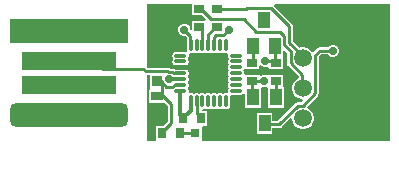
<source format=gtl>
G04*
G04 #@! TF.GenerationSoftware,Altium Limited,Altium Designer,21.6.1 (37)*
G04*
G04 Layer_Physical_Order=1*
G04 Layer_Color=255*
%FSLAX44Y44*%
%MOMM*%
G71*
G04*
G04 #@! TF.SameCoordinates,433EC3A0-72F9-41F9-BABD-52A87CDF1033*
G04*
G04*
G04 #@! TF.FilePolarity,Positive*
G04*
G01*
G75*
%ADD13C,0.2500*%
%ADD15R,0.9000X0.7000*%
%ADD16R,0.8000X0.8000*%
%ADD17R,0.7000X0.9000*%
G04:AMPARAMS|DCode=18|XSize=2mm|YSize=10mm|CornerRadius=0.5mm|HoleSize=0mm|Usage=FLASHONLY|Rotation=90.000|XOffset=0mm|YOffset=0mm|HoleType=Round|Shape=RoundedRectangle|*
%AMROUNDEDRECTD18*
21,1,2.0000,9.0000,0,0,90.0*
21,1,1.0000,10.0000,0,0,90.0*
1,1,1.0000,4.5000,0.5000*
1,1,1.0000,4.5000,-0.5000*
1,1,1.0000,-4.5000,-0.5000*
1,1,1.0000,-4.5000,0.5000*
%
%ADD18ROUNDEDRECTD18*%
%ADD19R,8.0000X1.5000*%
%ADD20R,10.0000X2.0000*%
G04:AMPARAMS|DCode=21|XSize=1.01mm|YSize=0.27mm|CornerRadius=0.0675mm|HoleSize=0mm|Usage=FLASHONLY|Rotation=270.000|XOffset=0mm|YOffset=0mm|HoleType=Round|Shape=RoundedRectangle|*
%AMROUNDEDRECTD21*
21,1,1.0100,0.1350,0,0,270.0*
21,1,0.8750,0.2700,0,0,270.0*
1,1,0.1350,-0.0675,-0.4375*
1,1,0.1350,-0.0675,0.4375*
1,1,0.1350,0.0675,0.4375*
1,1,0.1350,0.0675,-0.4375*
%
%ADD21ROUNDEDRECTD21*%
G04:AMPARAMS|DCode=22|XSize=1.01mm|YSize=0.27mm|CornerRadius=0.0675mm|HoleSize=0mm|Usage=FLASHONLY|Rotation=180.000|XOffset=0mm|YOffset=0mm|HoleType=Round|Shape=RoundedRectangle|*
%AMROUNDEDRECTD22*
21,1,1.0100,0.1350,0,0,180.0*
21,1,0.8750,0.2700,0,0,180.0*
1,1,0.1350,-0.4375,0.0675*
1,1,0.1350,0.4375,0.0675*
1,1,0.1350,0.4375,-0.0675*
1,1,0.1350,-0.4375,-0.0675*
%
%ADD22ROUNDEDRECTD22*%
%ADD23R,1.0000X1.4000*%
%ADD24R,1.0000X0.8000*%
%ADD25R,0.9300X0.8900*%
%ADD40R,3.2500X3.2500*%
%ADD41C,0.3000*%
%ADD42C,1.5000*%
%ADD43R,1.5000X1.5000*%
%ADD44C,0.7000*%
G36*
X838350Y482360D02*
X846496D01*
X849826Y479030D01*
X849300Y477760D01*
X838350D01*
Y470715D01*
X837080Y470036D01*
X837050Y470056D01*
Y470934D01*
X836258Y472846D01*
X834796Y474308D01*
X832884Y475100D01*
X830816D01*
X828904Y474308D01*
X827442Y472846D01*
X826650Y470934D01*
Y468866D01*
X827442Y466954D01*
X828904Y465492D01*
X830816Y464700D01*
X832703D01*
X833922Y463481D01*
Y459740D01*
X834073Y458980D01*
Y452295D01*
X834085Y452235D01*
X833005Y451155D01*
X832945Y451166D01*
X824195D01*
X823268Y450982D01*
X822483Y450457D01*
X821958Y449672D01*
X821774Y448745D01*
Y447395D01*
X821958Y446468D01*
X822424Y445570D01*
X821958Y444672D01*
X821774Y443745D01*
Y442395D01*
X821958Y441468D01*
X822483Y440683D01*
X823268Y440158D01*
X824195Y439973D01*
X832945D01*
X833872Y440158D01*
X834657Y440683D01*
X835182Y441468D01*
X835367Y442395D01*
Y443745D01*
X835182Y444672D01*
X834716Y445570D01*
X835182Y446468D01*
X835367Y447395D01*
Y448745D01*
X835355Y448805D01*
X836435Y449885D01*
X836495Y449874D01*
X837845D01*
X838772Y450058D01*
X839670Y450524D01*
X840568Y450058D01*
X841495Y449874D01*
X842845D01*
X843772Y450058D01*
X844670Y450524D01*
X845568Y450058D01*
X846495Y449874D01*
X847845D01*
X848772Y450058D01*
X849670Y450524D01*
X850568Y450058D01*
X851495Y449874D01*
X852845D01*
X853772Y450058D01*
X854670Y450524D01*
X855568Y450058D01*
X856495Y449874D01*
X857845D01*
X858772Y450058D01*
X859670Y450524D01*
X860568Y450058D01*
X861495Y449874D01*
X862845D01*
X863772Y450058D01*
X864670Y450524D01*
X865568Y450058D01*
X866495Y449874D01*
X867845D01*
X867905Y449885D01*
X868986Y448805D01*
X868973Y448745D01*
Y447395D01*
X869158Y446468D01*
X869624Y445570D01*
X869158Y444672D01*
X868973Y443745D01*
Y442395D01*
X869158Y441468D01*
X869624Y440570D01*
X869158Y439672D01*
X868973Y438745D01*
Y437395D01*
X869158Y436468D01*
X869624Y435570D01*
X869158Y434672D01*
X868973Y433745D01*
Y432395D01*
X869158Y431468D01*
X869624Y430570D01*
X869158Y429672D01*
X868973Y428745D01*
Y427395D01*
X869158Y426468D01*
X869624Y425570D01*
X869158Y424672D01*
X868973Y423745D01*
Y422395D01*
X869158Y421468D01*
X869624Y420570D01*
X869158Y419672D01*
X868973Y418745D01*
Y417395D01*
X868986Y417335D01*
X867905Y416255D01*
X867845Y416267D01*
X866495D01*
X865568Y416082D01*
X864670Y415616D01*
X863772Y416082D01*
X862845Y416267D01*
X861495D01*
X860568Y416082D01*
X859670Y415616D01*
X858772Y416082D01*
X857845Y416267D01*
X856495D01*
X855568Y416082D01*
X854670Y415616D01*
X853772Y416082D01*
X852845Y416267D01*
X851495D01*
X850568Y416082D01*
X849670Y415616D01*
X848772Y416082D01*
X847845Y416267D01*
X846495D01*
X845568Y416082D01*
X844670Y415616D01*
X843772Y416082D01*
X842845Y416267D01*
X841495D01*
X840568Y416082D01*
X839670Y415616D01*
X838772Y416082D01*
X837845Y416267D01*
X836495D01*
X836435Y416255D01*
X835355Y417335D01*
X835367Y417395D01*
Y418745D01*
X835182Y419672D01*
X834716Y420570D01*
X835182Y421468D01*
X835367Y422395D01*
Y423745D01*
X835182Y424672D01*
X834716Y425570D01*
X835182Y426468D01*
X835367Y427395D01*
Y428745D01*
X835182Y429672D01*
X834716Y430570D01*
X835182Y431468D01*
X835367Y432395D01*
Y433745D01*
X835182Y434672D01*
X834657Y435457D01*
X833872Y435982D01*
X832945Y436166D01*
X828527D01*
X828470Y436178D01*
X824337D01*
X823819Y436697D01*
X822843Y437349D01*
X821692Y437578D01*
X818424D01*
X818072Y437648D01*
X800421D01*
X800100Y437969D01*
Y491481D01*
X838350D01*
Y482360D01*
D02*
G37*
G36*
X1005831Y375929D02*
X847564D01*
X846560Y376570D01*
X846560Y377199D01*
Y387500D01*
X846560Y387970D01*
X847499Y388770D01*
X850900D01*
Y401170D01*
X846563D01*
X846482Y401409D01*
X847393Y402673D01*
X847845D01*
X848772Y402858D01*
X849670Y403324D01*
X850568Y402858D01*
X851495Y402673D01*
X852845D01*
X853772Y402858D01*
X854670Y403324D01*
X855568Y402858D01*
X856495Y402673D01*
X857845D01*
X858772Y402858D01*
X859670Y403324D01*
X860568Y402858D01*
X861495Y402673D01*
X862845D01*
X863772Y402858D01*
X864670Y403324D01*
X865568Y402858D01*
X866495Y402673D01*
X867845D01*
X868772Y402858D01*
X869557Y403383D01*
X870082Y404168D01*
X870266Y405095D01*
Y413845D01*
X870255Y413905D01*
X871335Y414986D01*
X871395Y414973D01*
X880145D01*
X881072Y415158D01*
X881857Y415683D01*
X883355Y415639D01*
X883570Y415480D01*
Y404050D01*
X896970D01*
Y420815D01*
X898133Y421707D01*
X898586Y421520D01*
X900654D01*
X901469Y421857D01*
X902570Y420939D01*
Y404050D01*
X915970D01*
Y421450D01*
X915520Y421640D01*
Y432040D01*
X903120D01*
Y432040D01*
X901850Y431425D01*
X900654Y431920D01*
X898586D01*
X896674Y431128D01*
X896470Y430924D01*
X895200Y431450D01*
Y432040D01*
X883791D01*
X882739Y432345D01*
X882567Y433213D01*
Y433745D01*
X882382Y434672D01*
X881916Y435570D01*
X882122Y435967D01*
X882667Y436508D01*
X883613Y436640D01*
X895200D01*
Y439310D01*
X896470Y439836D01*
X897484Y438822D01*
X899396Y438030D01*
X901464D01*
X902064Y438278D01*
X903120Y437573D01*
Y436640D01*
X915520D01*
Y446456D01*
X915520Y447040D01*
X915520Y447040D01*
X915360Y447660D01*
X915360D01*
Y452337D01*
X916533Y452823D01*
X918722Y450634D01*
Y441441D01*
X918951Y440290D01*
X919603Y439315D01*
X928544Y430374D01*
Y428894D01*
X926531Y427732D01*
X924818Y426019D01*
X923607Y423921D01*
X922980Y421581D01*
Y419159D01*
X923607Y416819D01*
X924818Y414721D01*
X926531Y413008D01*
X928629Y411797D01*
X930969Y411170D01*
X931709D01*
X932235Y409900D01*
X930763Y408428D01*
X927851D01*
X926701Y408199D01*
X925725Y407547D01*
X911076Y392898D01*
X906470D01*
Y399450D01*
X893070D01*
Y382050D01*
X906470D01*
Y386882D01*
X912321D01*
X913473Y387111D01*
X914448Y387763D01*
X921710Y395025D01*
X922980Y394499D01*
Y393759D01*
X923607Y391419D01*
X924818Y389321D01*
X926531Y387608D01*
X928629Y386397D01*
X930969Y385770D01*
X933391D01*
X935731Y386397D01*
X937829Y387608D01*
X939542Y389321D01*
X940753Y391419D01*
X941380Y393759D01*
Y396181D01*
X940753Y398521D01*
X939542Y400619D01*
X937829Y402332D01*
X936016Y403378D01*
X935587Y404745D01*
X944757Y413915D01*
X945409Y414891D01*
X945638Y416041D01*
Y447160D01*
X947590Y449112D01*
X953234D01*
X954634Y447712D01*
X956546Y446920D01*
X958614D01*
X960526Y447712D01*
X961988Y449174D01*
X962780Y451086D01*
Y453154D01*
X961988Y455066D01*
X960526Y456528D01*
X958614Y457320D01*
X956546D01*
X954634Y456528D01*
X953234Y455128D01*
X946345D01*
X946345Y455128D01*
X945193Y454899D01*
X944218Y454247D01*
X944218Y454247D01*
X941148Y451177D01*
X939576Y451360D01*
X939542Y451419D01*
X937829Y453132D01*
X935731Y454343D01*
X933391Y454970D01*
X930969D01*
X929285Y454519D01*
X923818Y459986D01*
Y472882D01*
X923589Y474033D01*
X922937Y475009D01*
X922937Y475009D01*
X907734Y490211D01*
X907955Y491091D01*
X908222Y491481D01*
X1005831D01*
Y375929D01*
D02*
G37*
G36*
X802640Y420490D02*
X802640D01*
X802374Y419330D01*
X802290D01*
Y407930D01*
X815246D01*
X817742Y405434D01*
Y392346D01*
X813866Y388470D01*
X807720D01*
Y376070D01*
X806508Y375929D01*
X800100D01*
Y431632D01*
X802640D01*
Y420490D01*
D02*
G37*
D13*
X831850Y469807D02*
X836930Y464727D01*
Y459740D02*
Y464727D01*
X831850Y469807D02*
Y469900D01*
X855980Y382270D02*
Y397510D01*
X824770Y438170D02*
X828470D01*
X818072Y434640D02*
X818142Y434570D01*
X823092Y433170D02*
X828470D01*
X821692Y434570D02*
X823092Y433170D01*
X824170Y438770D02*
X824770Y438170D01*
X812700Y425318D02*
Y426640D01*
X819812Y438840D02*
X819882Y438770D01*
X812700Y425318D02*
X816478Y421540D01*
X816200Y438840D02*
X819812D01*
X818142Y434570D02*
X821692D01*
X816478Y421540D02*
X821822D01*
X819882Y438770D02*
X824170D01*
X823192Y422910D02*
X828040D01*
X821822Y421540D02*
X823192Y422910D01*
X828470Y433170D02*
X828570Y433070D01*
X812800Y413630D02*
Y425218D01*
X828470Y438170D02*
X828570Y438070D01*
X850820D01*
X755650Y444500D02*
X763170Y436980D01*
X796835D01*
X799175Y434640D01*
X818072D01*
X813080Y441960D02*
X816200Y438840D01*
X814070Y381000D02*
Y384420D01*
X820750Y391100D02*
Y406680D01*
X814070Y384420D02*
X820750Y391100D01*
X812800Y413630D02*
X813800D01*
X820750Y406680D01*
X808990Y441960D02*
X809270D01*
X942630Y448405D02*
X946345Y452120D01*
X942630Y416041D02*
Y448405D01*
X932009Y405420D02*
X942630Y416041D01*
X912321Y389890D02*
X927851Y405420D01*
X932009D01*
X900430Y389890D02*
X912321D01*
X946345Y452120D02*
X957580D01*
X884526Y488310D02*
X905382D01*
X920810Y472882D01*
Y458740D02*
X932180Y447370D01*
X916610Y457000D02*
Y464582D01*
X921730Y441441D02*
Y451880D01*
X916610Y457000D02*
X921730Y451880D01*
X920810Y458740D02*
Y472882D01*
X931552Y422268D02*
X933450Y420370D01*
X858520Y487680D02*
X883896D01*
X912782Y468410D02*
X916610Y464582D01*
X883896Y487680D02*
X884526Y488310D01*
X892938Y468410D02*
X912782D01*
X932180Y445770D02*
Y447370D01*
X854100Y479010D02*
X882338D01*
X931552Y422268D02*
Y431620D01*
X921730Y441441D02*
X931552Y431620D01*
X882338Y479010D02*
X892938Y468410D01*
X827920Y382270D02*
X840740D01*
X827920Y382270D02*
X827920Y382270D01*
X842170Y399500D02*
X847090Y394580D01*
X842170Y399500D02*
Y409470D01*
X847090Y393700D02*
Y394580D01*
X857250Y458470D02*
Y463550D01*
X864621Y465219D02*
X869302Y469900D01*
X858919Y465219D02*
X864621D01*
X857250Y463550D02*
X858919Y465219D01*
X869302Y469900D02*
X869950D01*
X899560Y426780D02*
X899620Y426720D01*
X889000Y426840D02*
X889060Y426780D01*
X899560D01*
X907930Y443230D02*
X909320Y441840D01*
X900430Y443230D02*
X907930D01*
X909320Y415290D02*
Y426840D01*
Y415290D02*
X909320Y415290D01*
X889000Y414020D02*
Y426840D01*
Y414020D02*
X890270Y412750D01*
Y441960D02*
Y455750D01*
X889660Y456360D02*
X890270Y455750D01*
X908660Y443840D02*
Y456360D01*
X908050Y443230D02*
X908660Y443840D01*
X845550Y487560D02*
X854100Y479010D01*
X844550Y487560D02*
X845550D01*
X852270Y459310D02*
Y466040D01*
X858520Y472290D02*
Y472440D01*
X852170Y459210D02*
X852270Y459310D01*
Y466040D02*
X858520Y472290D01*
X847170Y459210D02*
Y470310D01*
Y458550D02*
Y459210D01*
X844920Y472560D02*
X847170Y470310D01*
X847090Y458470D02*
X847170Y458550D01*
X844550Y472560D02*
X844920D01*
D15*
X909320Y426840D02*
D03*
Y441840D02*
D03*
X889000Y441840D02*
D03*
Y426840D02*
D03*
X844550Y487560D02*
D03*
Y472560D02*
D03*
X859790Y487560D02*
D03*
Y472560D02*
D03*
D16*
X855860Y382270D02*
D03*
X840860D02*
D03*
D17*
X830700Y394970D02*
D03*
X845700D02*
D03*
X812920Y382270D02*
D03*
X827920D02*
D03*
D18*
X734076Y397430D02*
D03*
D19*
X734060Y422830D02*
D03*
Y443230D02*
D03*
D20*
X734076Y468630D02*
D03*
D21*
X837170Y456670D02*
D03*
X842170D02*
D03*
X847170D02*
D03*
X852170D02*
D03*
X857170D02*
D03*
X862170D02*
D03*
X867170D02*
D03*
Y409470D02*
D03*
X862170D02*
D03*
X857170D02*
D03*
X852170D02*
D03*
X847170D02*
D03*
X842170D02*
D03*
X837170D02*
D03*
D22*
X875770Y448070D02*
D03*
Y443070D02*
D03*
Y438070D02*
D03*
Y433070D02*
D03*
Y428070D02*
D03*
Y423070D02*
D03*
Y418070D02*
D03*
X828570D02*
D03*
Y423070D02*
D03*
Y428070D02*
D03*
Y433070D02*
D03*
Y438070D02*
D03*
Y443070D02*
D03*
Y448070D02*
D03*
D23*
X899160Y478360D02*
D03*
X908660Y456360D02*
D03*
X889660D02*
D03*
X899770Y390750D02*
D03*
X890270Y412750D02*
D03*
X909270D02*
D03*
D24*
X808990Y396630D02*
D03*
Y413630D02*
D03*
D25*
Y442040D02*
D03*
Y426640D02*
D03*
D40*
X852170Y433070D02*
D03*
D41*
X819230Y428070D02*
X828570D01*
X819150Y427990D02*
X819230Y428070D01*
X830580Y394970D02*
Y396090D01*
X828570Y398100D02*
Y418070D01*
Y398100D02*
X830580Y396090D01*
X837170Y401560D02*
Y409470D01*
X833580Y397970D02*
X837170Y401560D01*
D42*
X932180Y394970D02*
D03*
Y420370D02*
D03*
Y445770D02*
D03*
D43*
Y471170D02*
D03*
D44*
X986001Y466000D02*
D03*
X996001Y446000D02*
D03*
X986001Y426000D02*
D03*
X996001Y406000D02*
D03*
X976001Y446000D02*
D03*
Y406000D02*
D03*
X966001Y386000D02*
D03*
X876001Y406000D02*
D03*
X806001Y466000D02*
D03*
X831850Y469900D02*
D03*
X763270Y422910D02*
D03*
X819150Y427990D02*
D03*
X748030Y468630D02*
D03*
X899160Y478690D02*
D03*
X957580Y452120D02*
D03*
X830580Y394970D02*
D03*
X746760Y397510D02*
D03*
X808990Y396280D02*
D03*
X855980Y397510D02*
D03*
X852170Y433070D02*
D03*
X808990Y441960D02*
D03*
X869950Y469900D02*
D03*
X899620Y426720D02*
D03*
X900430Y443230D02*
D03*
M02*

</source>
